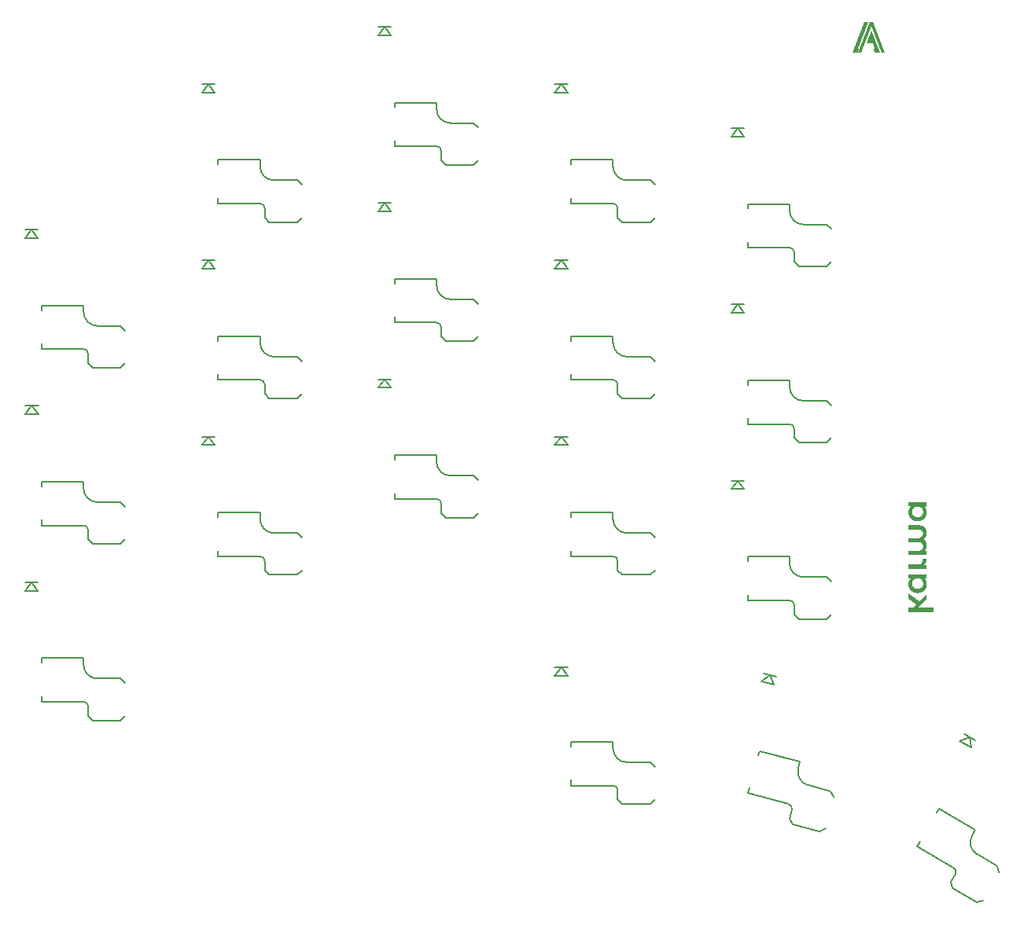
<source format=gbr>
%TF.GenerationSoftware,KiCad,Pcbnew,7.0.1*%
%TF.CreationDate,2024-02-26T07:25:15-05:00*%
%TF.ProjectId,pcb-left,7063622d-6c65-4667-942e-6b696361645f,0.3*%
%TF.SameCoordinates,Original*%
%TF.FileFunction,Legend,Bot*%
%TF.FilePolarity,Positive*%
%FSLAX46Y46*%
G04 Gerber Fmt 4.6, Leading zero omitted, Abs format (unit mm)*
G04 Created by KiCad (PCBNEW 7.0.1) date 2024-02-26 07:25:15*
%MOMM*%
%LPD*%
G01*
G04 APERTURE LIST*
G04 Aperture macros list*
%AMRotRect*
0 Rectangle, with rotation*
0 The origin of the aperture is its center*
0 $1 length*
0 $2 width*
0 $3 Rotation angle, in degrees counterclockwise*
0 Add horizontal line*
21,1,$1,$2,0,0,$3*%
G04 Aperture macros list end*
%ADD10C,0.000000*%
%ADD11C,0.150000*%
%ADD12C,1.701800*%
%ADD13C,3.000000*%
%ADD14C,3.429000*%
%ADD15R,2.600000X2.600000*%
%ADD16RotRect,2.600000X2.600000X150.000000*%
%ADD17RotRect,2.600000X2.600000X165.000000*%
%ADD18C,1.800000*%
%ADD19C,2.100000*%
%ADD20C,3.800000*%
%ADD21O,1.800000X2.750000*%
%ADD22C,1.397000*%
%ADD23RotRect,1.800000X1.500000X240.000000*%
%ADD24R,1.500000X1.800000*%
%ADD25RotRect,1.800000X1.500000X255.000000*%
G04 APERTURE END LIST*
D10*
G36*
X132697616Y-40007400D02*
G01*
X132339779Y-40007400D01*
X133607543Y-36756194D01*
X133965380Y-36756194D01*
X132697616Y-40007400D01*
G37*
G36*
X139265202Y-90529834D02*
G01*
X139229364Y-90528388D01*
X139194086Y-90525977D01*
X139159367Y-90522601D01*
X139125207Y-90518262D01*
X139091606Y-90512957D01*
X139058565Y-90506689D01*
X139026083Y-90499456D01*
X138994160Y-90491258D01*
X138962796Y-90482096D01*
X138931992Y-90471970D01*
X138901747Y-90460879D01*
X138872061Y-90448824D01*
X138842934Y-90435804D01*
X138814367Y-90421820D01*
X138786359Y-90406871D01*
X138759017Y-90391063D01*
X138732459Y-90374500D01*
X138706684Y-90357182D01*
X138681691Y-90339110D01*
X138657482Y-90320282D01*
X138634056Y-90300700D01*
X138611413Y-90280364D01*
X138589552Y-90259272D01*
X138568475Y-90237426D01*
X138548179Y-90214825D01*
X138528667Y-90191469D01*
X138509937Y-90167359D01*
X138491989Y-90142494D01*
X138474824Y-90116875D01*
X138458441Y-90090501D01*
X138442840Y-90063372D01*
X138428110Y-90035634D01*
X138414330Y-90007435D01*
X138401501Y-89978775D01*
X138389621Y-89949654D01*
X138378692Y-89920071D01*
X138368713Y-89890027D01*
X138359685Y-89859522D01*
X138351607Y-89828556D01*
X138344479Y-89797128D01*
X138338301Y-89765239D01*
X138333074Y-89732889D01*
X138328797Y-89700078D01*
X138325470Y-89666805D01*
X138323094Y-89633071D01*
X138321669Y-89598876D01*
X138321193Y-89564219D01*
X138321459Y-89539753D01*
X138322256Y-89515553D01*
X138322335Y-89514126D01*
X138704051Y-89514126D01*
X138704694Y-89544645D01*
X138706623Y-89574479D01*
X138709837Y-89603629D01*
X138714337Y-89632094D01*
X138720123Y-89659873D01*
X138727195Y-89686968D01*
X138735553Y-89713378D01*
X138745197Y-89739103D01*
X138756127Y-89764143D01*
X138768343Y-89788498D01*
X138781846Y-89812169D01*
X138796635Y-89835154D01*
X138812710Y-89857454D01*
X138830071Y-89879069D01*
X138848719Y-89899999D01*
X138868654Y-89920244D01*
X138889632Y-89939526D01*
X138911421Y-89957564D01*
X138934021Y-89974358D01*
X138957432Y-89989907D01*
X138981653Y-90004213D01*
X139006686Y-90017275D01*
X139032529Y-90029093D01*
X139059183Y-90039667D01*
X139086648Y-90048997D01*
X139114923Y-90057083D01*
X139144009Y-90063925D01*
X139173906Y-90069523D01*
X139204613Y-90073877D01*
X139236131Y-90076987D01*
X139268459Y-90078853D01*
X139301599Y-90079475D01*
X139334740Y-90078853D01*
X139367070Y-90076987D01*
X139398588Y-90073877D01*
X139429296Y-90069523D01*
X139459192Y-90063925D01*
X139488277Y-90057083D01*
X139516552Y-90048997D01*
X139544016Y-90039667D01*
X139570669Y-90029093D01*
X139596512Y-90017275D01*
X139621545Y-90004213D01*
X139645767Y-89989907D01*
X139669180Y-89974358D01*
X139691782Y-89957564D01*
X139713574Y-89939526D01*
X139734557Y-89920244D01*
X139754487Y-89899999D01*
X139773131Y-89879069D01*
X139790490Y-89857454D01*
X139806563Y-89835154D01*
X139821350Y-89812169D01*
X139834851Y-89788498D01*
X139847067Y-89764143D01*
X139857997Y-89739103D01*
X139867641Y-89713378D01*
X139876000Y-89686968D01*
X139883072Y-89659873D01*
X139888859Y-89632094D01*
X139893359Y-89603629D01*
X139896574Y-89574479D01*
X139898503Y-89544645D01*
X139899146Y-89514126D01*
X139898503Y-89483600D01*
X139896574Y-89453745D01*
X139893359Y-89424561D01*
X139888859Y-89396048D01*
X139883072Y-89368206D01*
X139876000Y-89341035D01*
X139867641Y-89314535D01*
X139857997Y-89288705D01*
X139847067Y-89263547D01*
X139834851Y-89239059D01*
X139821350Y-89215242D01*
X139806563Y-89192096D01*
X139790490Y-89169621D01*
X139773131Y-89147817D01*
X139754487Y-89126683D01*
X139734557Y-89106221D01*
X139713574Y-89086723D01*
X139691782Y-89068482D01*
X139669180Y-89051500D01*
X139645767Y-89035776D01*
X139621545Y-89021310D01*
X139596512Y-89008102D01*
X139570669Y-88996152D01*
X139544016Y-88985460D01*
X139516552Y-88976025D01*
X139488277Y-88967849D01*
X139459192Y-88960930D01*
X139429296Y-88955270D01*
X139398588Y-88950867D01*
X139367070Y-88947723D01*
X139334740Y-88945836D01*
X139301599Y-88945207D01*
X139268459Y-88945836D01*
X139236131Y-88947723D01*
X139204613Y-88950867D01*
X139173906Y-88955270D01*
X139144009Y-88960930D01*
X139114923Y-88967849D01*
X139086648Y-88976025D01*
X139059183Y-88985460D01*
X139032529Y-88996152D01*
X139006686Y-89008102D01*
X138981653Y-89021310D01*
X138957432Y-89035776D01*
X138934021Y-89051500D01*
X138911421Y-89068482D01*
X138889632Y-89086723D01*
X138868654Y-89106221D01*
X138848719Y-89126683D01*
X138830071Y-89147817D01*
X138812710Y-89169621D01*
X138796635Y-89192096D01*
X138781846Y-89215242D01*
X138768343Y-89239059D01*
X138756127Y-89263547D01*
X138745197Y-89288705D01*
X138735553Y-89314535D01*
X138727195Y-89341035D01*
X138720123Y-89368206D01*
X138714337Y-89396048D01*
X138709837Y-89424561D01*
X138706623Y-89453745D01*
X138704694Y-89483600D01*
X138704051Y-89514126D01*
X138322335Y-89514126D01*
X138323583Y-89491617D01*
X138325442Y-89467948D01*
X138327832Y-89444543D01*
X138330753Y-89421404D01*
X138334205Y-89398531D01*
X138338189Y-89375923D01*
X138342703Y-89353581D01*
X138347748Y-89331504D01*
X138353325Y-89309692D01*
X138359432Y-89288147D01*
X138366071Y-89266866D01*
X138373241Y-89245852D01*
X138380942Y-89225103D01*
X138389174Y-89204619D01*
X138397937Y-89184471D01*
X138407232Y-89164729D01*
X138417058Y-89145392D01*
X138427415Y-89126460D01*
X138438303Y-89107933D01*
X138449723Y-89089812D01*
X138461674Y-89072096D01*
X138474156Y-89054785D01*
X138487169Y-89037880D01*
X138500713Y-89021380D01*
X138514788Y-89005286D01*
X138529394Y-88989596D01*
X138544531Y-88974312D01*
X138560199Y-88959433D01*
X138576398Y-88944960D01*
X138593128Y-88930892D01*
X138346244Y-88930892D01*
X138346244Y-88505092D01*
X140256954Y-88505092D01*
X140256954Y-88952357D01*
X140024384Y-88952357D01*
X140039800Y-88966831D01*
X140054740Y-88981627D01*
X140069205Y-88996744D01*
X140083196Y-89012182D01*
X140096711Y-89027942D01*
X140109751Y-89044023D01*
X140122316Y-89060425D01*
X140134406Y-89077149D01*
X140146021Y-89094194D01*
X140157161Y-89111561D01*
X140167826Y-89129248D01*
X140178016Y-89147258D01*
X140187730Y-89165588D01*
X140196970Y-89184240D01*
X140205734Y-89203214D01*
X140214024Y-89222509D01*
X140221821Y-89242084D01*
X140229116Y-89261897D01*
X140235908Y-89281947D01*
X140242198Y-89302235D01*
X140247984Y-89322761D01*
X140253266Y-89343523D01*
X140258046Y-89364524D01*
X140262323Y-89385761D01*
X140266097Y-89407237D01*
X140269368Y-89428950D01*
X140272135Y-89450901D01*
X140274400Y-89473089D01*
X140276161Y-89495515D01*
X140277419Y-89518179D01*
X140278174Y-89541080D01*
X140278425Y-89564219D01*
X140277950Y-89598876D01*
X140276524Y-89633071D01*
X140274148Y-89666805D01*
X140270822Y-89700078D01*
X140266545Y-89732889D01*
X140261317Y-89765239D01*
X140255139Y-89797128D01*
X140248010Y-89828556D01*
X140239932Y-89859522D01*
X140230902Y-89890027D01*
X140220922Y-89920071D01*
X140209992Y-89949654D01*
X140198111Y-89978775D01*
X140185280Y-90007435D01*
X140171498Y-90035634D01*
X140156766Y-90063372D01*
X140141174Y-90090501D01*
X140124814Y-90116875D01*
X140107684Y-90142494D01*
X140089786Y-90167359D01*
X140071120Y-90191469D01*
X140051684Y-90214825D01*
X140031480Y-90237426D01*
X140010507Y-90259272D01*
X139988766Y-90280364D01*
X139966256Y-90300700D01*
X139942977Y-90320282D01*
X139918930Y-90339110D01*
X139894114Y-90357182D01*
X139868530Y-90374500D01*
X139842177Y-90391063D01*
X139815056Y-90406871D01*
X139787261Y-90421820D01*
X139758894Y-90435804D01*
X139729955Y-90448824D01*
X139700442Y-90460879D01*
X139670357Y-90471970D01*
X139639699Y-90482096D01*
X139608468Y-90491258D01*
X139576664Y-90499456D01*
X139544287Y-90506689D01*
X139511337Y-90512957D01*
X139477814Y-90518262D01*
X139443717Y-90522601D01*
X139409048Y-90525977D01*
X139373805Y-90528388D01*
X139337988Y-90529834D01*
X139301599Y-90530317D01*
X139265202Y-90529834D01*
G37*
G36*
X139492661Y-90964093D02*
G01*
X139542536Y-90966567D01*
X139590776Y-90970690D01*
X139637381Y-90976463D01*
X139682352Y-90983885D01*
X139725687Y-90992956D01*
X139767387Y-91003677D01*
X139807453Y-91016047D01*
X139845883Y-91030066D01*
X139882678Y-91045735D01*
X139917838Y-91063052D01*
X139951363Y-91082019D01*
X139983253Y-91102636D01*
X140013507Y-91124901D01*
X140042126Y-91148816D01*
X140069110Y-91174379D01*
X140094456Y-91201355D01*
X140118167Y-91229505D01*
X140140243Y-91258829D01*
X140160684Y-91289327D01*
X140179489Y-91320999D01*
X140196660Y-91353846D01*
X140212195Y-91387866D01*
X140226095Y-91423060D01*
X140238360Y-91459429D01*
X140248989Y-91496971D01*
X140257983Y-91535687D01*
X140265342Y-91575578D01*
X140271066Y-91616642D01*
X140275155Y-91658881D01*
X140277608Y-91702293D01*
X140278425Y-91746880D01*
X140278097Y-91774904D01*
X140277112Y-91802621D01*
X140275470Y-91830030D01*
X140273171Y-91857132D01*
X140270215Y-91883926D01*
X140266603Y-91910413D01*
X140262334Y-91936592D01*
X140257408Y-91962464D01*
X140251824Y-91988028D01*
X140245584Y-92013285D01*
X140238687Y-92038234D01*
X140231133Y-92062876D01*
X140222923Y-92087210D01*
X140214055Y-92111236D01*
X140204530Y-92134955D01*
X140194348Y-92158366D01*
X140183578Y-92181359D01*
X140172292Y-92203820D01*
X140160488Y-92225750D01*
X140148166Y-92247149D01*
X140135328Y-92268017D01*
X140121972Y-92288353D01*
X140108098Y-92308159D01*
X140093708Y-92327433D01*
X140078800Y-92346176D01*
X140063376Y-92364388D01*
X140047434Y-92382069D01*
X140030975Y-92399218D01*
X140013999Y-92415837D01*
X139996506Y-92431924D01*
X139978496Y-92447480D01*
X139959969Y-92462505D01*
X139979348Y-92474854D01*
X139998126Y-92487748D01*
X140016303Y-92501188D01*
X140033879Y-92515172D01*
X140050854Y-92529701D01*
X140067229Y-92544776D01*
X140083002Y-92560395D01*
X140098175Y-92576560D01*
X140112746Y-92593270D01*
X140126716Y-92610524D01*
X140140086Y-92628324D01*
X140152854Y-92646669D01*
X140165020Y-92665559D01*
X140176586Y-92684994D01*
X140187550Y-92704974D01*
X140197913Y-92725499D01*
X140207666Y-92746485D01*
X140216788Y-92767849D01*
X140225281Y-92789590D01*
X140233145Y-92811709D01*
X140240378Y-92834205D01*
X140246983Y-92857079D01*
X140252958Y-92880330D01*
X140258304Y-92903958D01*
X140263020Y-92927964D01*
X140267108Y-92952347D01*
X140270566Y-92977108D01*
X140273396Y-93002246D01*
X140275596Y-93027761D01*
X140277168Y-93053654D01*
X140278111Y-93079924D01*
X140278425Y-93106571D01*
X140278160Y-93131030D01*
X140277363Y-93155211D01*
X140276035Y-93179111D01*
X140274177Y-93202732D01*
X140271787Y-93226073D01*
X140268866Y-93249135D01*
X140265413Y-93271918D01*
X140261430Y-93294420D01*
X140256916Y-93316644D01*
X140251870Y-93338588D01*
X140246294Y-93360252D01*
X140240186Y-93381637D01*
X140233548Y-93402742D01*
X140226378Y-93423568D01*
X140218677Y-93444114D01*
X140210445Y-93464381D01*
X140201708Y-93484299D01*
X140192495Y-93503797D01*
X140182808Y-93522876D01*
X140172646Y-93541535D01*
X140162010Y-93559775D01*
X140150898Y-93577596D01*
X140139311Y-93594997D01*
X140127249Y-93611980D01*
X140114712Y-93628543D01*
X140101700Y-93644686D01*
X140088213Y-93660411D01*
X140074251Y-93675716D01*
X140059813Y-93690602D01*
X140044900Y-93705068D01*
X140029512Y-93719115D01*
X140013648Y-93732744D01*
X140256954Y-93732744D01*
X140256954Y-94158538D01*
X138346244Y-94158538D01*
X138346244Y-93711272D01*
X139315913Y-93711272D01*
X139350282Y-93710748D01*
X139383617Y-93709176D01*
X139415918Y-93706555D01*
X139447184Y-93702886D01*
X139477416Y-93698169D01*
X139506614Y-93692404D01*
X139534778Y-93685591D01*
X139561907Y-93677729D01*
X139588003Y-93668819D01*
X139613064Y-93658860D01*
X139637091Y-93647853D01*
X139660083Y-93635798D01*
X139682042Y-93622695D01*
X139702967Y-93608543D01*
X139722857Y-93593343D01*
X139741714Y-93577094D01*
X139759478Y-93559951D01*
X139776096Y-93542067D01*
X139791568Y-93523442D01*
X139805894Y-93504077D01*
X139819073Y-93483970D01*
X139831107Y-93463123D01*
X139841995Y-93441536D01*
X139851736Y-93419207D01*
X139860332Y-93396138D01*
X139867781Y-93372328D01*
X139874085Y-93347777D01*
X139879242Y-93322485D01*
X139883253Y-93296453D01*
X139886118Y-93269680D01*
X139887837Y-93242166D01*
X139888410Y-93213912D01*
X139887914Y-93188348D01*
X139886425Y-93163539D01*
X139883944Y-93139484D01*
X139880470Y-93116184D01*
X139876004Y-93093639D01*
X139870545Y-93071849D01*
X139864094Y-93050814D01*
X139856650Y-93030533D01*
X139848214Y-93011007D01*
X139838786Y-92992236D01*
X139828365Y-92974220D01*
X139816952Y-92956959D01*
X139804547Y-92940452D01*
X139791149Y-92924701D01*
X139776759Y-92909704D01*
X139761377Y-92895463D01*
X139745018Y-92882030D01*
X139727695Y-92869465D01*
X139709408Y-92857766D01*
X139690156Y-92846933D01*
X139669939Y-92836967D01*
X139648757Y-92827868D01*
X139626611Y-92819635D01*
X139603500Y-92812268D01*
X139579425Y-92805769D01*
X139554386Y-92800135D01*
X139528381Y-92795369D01*
X139501413Y-92791469D01*
X139473480Y-92788436D01*
X139444582Y-92786269D01*
X139414720Y-92784969D01*
X139383893Y-92784536D01*
X138346244Y-92784536D01*
X138346244Y-92337270D01*
X139315913Y-92337270D01*
X139349855Y-92336739D01*
X139382805Y-92335146D01*
X139414763Y-92332490D01*
X139445728Y-92328772D01*
X139475702Y-92323992D01*
X139504683Y-92318150D01*
X139532672Y-92311246D01*
X139559669Y-92303279D01*
X139585674Y-92294250D01*
X139610687Y-92284159D01*
X139634708Y-92273005D01*
X139657736Y-92260789D01*
X139679773Y-92247511D01*
X139700818Y-92233171D01*
X139720870Y-92217768D01*
X139739931Y-92201303D01*
X139757911Y-92183958D01*
X139774731Y-92165914D01*
X139790391Y-92147170D01*
X139804891Y-92127728D01*
X139818231Y-92107587D01*
X139830411Y-92086748D01*
X139841431Y-92065209D01*
X139851291Y-92042971D01*
X139859990Y-92020034D01*
X139867530Y-91996399D01*
X139873910Y-91972065D01*
X139879130Y-91947031D01*
X139883190Y-91921299D01*
X139886090Y-91894869D01*
X139887830Y-91867739D01*
X139888410Y-91839911D01*
X139887914Y-91814347D01*
X139886425Y-91789537D01*
X139883944Y-91765483D01*
X139880470Y-91742183D01*
X139876004Y-91719638D01*
X139870545Y-91697848D01*
X139864094Y-91676813D01*
X139856650Y-91656532D01*
X139848214Y-91637007D01*
X139838786Y-91618236D01*
X139828365Y-91600220D01*
X139816952Y-91582958D01*
X139804547Y-91566452D01*
X139791149Y-91550700D01*
X139776759Y-91535703D01*
X139761377Y-91521460D01*
X139745018Y-91508028D01*
X139727695Y-91495463D01*
X139709408Y-91483764D01*
X139690156Y-91472931D01*
X139669939Y-91462965D01*
X139648757Y-91453866D01*
X139626611Y-91445633D01*
X139603500Y-91438267D01*
X139579425Y-91431767D01*
X139554386Y-91426134D01*
X139528381Y-91421367D01*
X139501413Y-91417468D01*
X139473480Y-91414434D01*
X139444582Y-91412268D01*
X139414720Y-91410968D01*
X139383893Y-91410534D01*
X138346244Y-91410534D01*
X138346244Y-90963268D01*
X139441151Y-90963268D01*
X139492661Y-90964093D01*
G37*
G36*
X133231016Y-40007400D02*
G01*
X132873179Y-40007400D01*
X134140943Y-36756194D01*
X134498780Y-36756194D01*
X133231016Y-40007400D01*
G37*
G36*
X135235377Y-40007398D02*
G01*
X134879777Y-40007398D01*
X134481366Y-38991398D01*
X133802755Y-38991398D01*
X134324171Y-37670599D01*
X135235377Y-40007398D01*
G37*
G36*
X139265202Y-98255018D02*
G01*
X139229364Y-98253571D01*
X139194086Y-98251160D01*
X139159367Y-98247785D01*
X139125207Y-98243445D01*
X139091606Y-98238140D01*
X139058565Y-98231871D01*
X139026083Y-98224638D01*
X138994160Y-98216441D01*
X138962796Y-98207278D01*
X138931992Y-98197152D01*
X138901747Y-98186061D01*
X138872061Y-98174006D01*
X138842934Y-98160987D01*
X138814367Y-98147003D01*
X138786359Y-98132055D01*
X138759017Y-98116247D01*
X138732459Y-98099684D01*
X138706684Y-98082366D01*
X138681691Y-98064293D01*
X138657482Y-98045466D01*
X138634056Y-98025884D01*
X138611413Y-98005547D01*
X138589552Y-97984455D01*
X138568475Y-97962609D01*
X138548179Y-97940008D01*
X138528667Y-97916652D01*
X138509937Y-97892541D01*
X138491989Y-97867676D01*
X138474824Y-97842056D01*
X138458441Y-97815681D01*
X138442840Y-97788552D01*
X138428110Y-97760815D01*
X138414330Y-97732616D01*
X138401501Y-97703956D01*
X138389621Y-97674835D01*
X138378692Y-97645253D01*
X138368713Y-97615209D01*
X138359685Y-97584704D01*
X138351607Y-97553738D01*
X138344479Y-97522311D01*
X138338301Y-97490422D01*
X138333074Y-97458072D01*
X138328797Y-97425261D01*
X138325470Y-97391988D01*
X138323094Y-97358254D01*
X138321669Y-97324059D01*
X138321193Y-97289403D01*
X138321459Y-97264936D01*
X138322256Y-97240734D01*
X138322335Y-97239309D01*
X138704051Y-97239309D01*
X138704694Y-97269828D01*
X138706623Y-97299663D01*
X138709837Y-97328812D01*
X138714337Y-97357276D01*
X138720123Y-97385056D01*
X138727195Y-97412150D01*
X138735553Y-97438560D01*
X138745197Y-97464284D01*
X138756127Y-97489324D01*
X138768343Y-97513679D01*
X138781846Y-97537349D01*
X138796635Y-97560335D01*
X138812710Y-97582635D01*
X138830071Y-97604251D01*
X138848719Y-97625182D01*
X138868654Y-97645428D01*
X138889632Y-97664709D01*
X138911421Y-97682746D01*
X138934021Y-97699539D01*
X138957432Y-97715089D01*
X138981653Y-97729394D01*
X139006686Y-97742455D01*
X139032529Y-97754273D01*
X139059183Y-97764846D01*
X139086648Y-97774176D01*
X139114923Y-97782261D01*
X139144009Y-97789103D01*
X139173906Y-97794701D01*
X139204613Y-97799055D01*
X139236131Y-97802165D01*
X139268459Y-97804031D01*
X139301599Y-97804652D01*
X139334740Y-97804031D01*
X139367070Y-97802165D01*
X139398588Y-97799055D01*
X139429296Y-97794701D01*
X139459192Y-97789103D01*
X139488277Y-97782261D01*
X139516552Y-97774176D01*
X139544016Y-97764846D01*
X139570669Y-97754273D01*
X139596512Y-97742455D01*
X139621545Y-97729394D01*
X139645767Y-97715089D01*
X139669180Y-97699539D01*
X139691782Y-97682746D01*
X139713574Y-97664709D01*
X139734557Y-97645428D01*
X139754487Y-97625182D01*
X139773131Y-97604251D01*
X139790490Y-97582635D01*
X139806563Y-97560335D01*
X139821350Y-97537349D01*
X139834851Y-97513679D01*
X139847067Y-97489324D01*
X139857997Y-97464284D01*
X139867641Y-97438560D01*
X139876000Y-97412150D01*
X139883072Y-97385056D01*
X139888859Y-97357276D01*
X139893359Y-97328812D01*
X139896574Y-97299663D01*
X139898503Y-97269828D01*
X139899146Y-97239309D01*
X139898503Y-97208783D01*
X139896574Y-97178928D01*
X139893359Y-97149744D01*
X139888859Y-97121230D01*
X139883072Y-97093388D01*
X139876000Y-97066217D01*
X139867641Y-97039717D01*
X139857997Y-97013888D01*
X139847067Y-96988729D01*
X139834851Y-96964242D01*
X139821350Y-96940425D01*
X139806563Y-96917279D01*
X139790490Y-96894805D01*
X139773131Y-96873000D01*
X139754487Y-96851867D01*
X139734557Y-96831405D01*
X139713574Y-96811906D01*
X139691782Y-96793666D01*
X139669180Y-96776683D01*
X139645767Y-96760959D01*
X139621545Y-96746492D01*
X139596512Y-96733283D01*
X139570669Y-96721333D01*
X139544016Y-96710640D01*
X139516552Y-96701205D01*
X139488277Y-96693028D01*
X139459192Y-96686109D01*
X139429296Y-96680448D01*
X139398588Y-96676045D01*
X139367070Y-96672900D01*
X139334740Y-96671013D01*
X139301599Y-96670384D01*
X139268459Y-96671013D01*
X139236131Y-96672900D01*
X139204613Y-96676045D01*
X139173906Y-96680448D01*
X139144009Y-96686109D01*
X139114923Y-96693028D01*
X139086648Y-96701205D01*
X139059183Y-96710640D01*
X139032529Y-96721333D01*
X139006686Y-96733283D01*
X138981653Y-96746492D01*
X138957432Y-96760959D01*
X138934021Y-96776683D01*
X138911421Y-96793666D01*
X138889632Y-96811906D01*
X138868654Y-96831405D01*
X138848719Y-96851867D01*
X138830071Y-96873000D01*
X138812710Y-96894805D01*
X138796635Y-96917279D01*
X138781846Y-96940425D01*
X138768343Y-96964242D01*
X138756127Y-96988729D01*
X138745197Y-97013888D01*
X138735553Y-97039717D01*
X138727195Y-97066217D01*
X138720123Y-97093388D01*
X138714337Y-97121230D01*
X138709837Y-97149744D01*
X138706623Y-97178928D01*
X138704694Y-97208783D01*
X138704051Y-97239309D01*
X138322335Y-97239309D01*
X138323583Y-97216798D01*
X138325442Y-97193128D01*
X138327832Y-97169724D01*
X138330753Y-97146585D01*
X138334205Y-97123712D01*
X138338189Y-97101104D01*
X138342703Y-97078762D01*
X138347748Y-97056686D01*
X138353325Y-97034875D01*
X138359432Y-97013329D01*
X138366071Y-96992049D01*
X138373241Y-96971035D01*
X138380942Y-96950286D01*
X138389174Y-96929803D01*
X138397937Y-96909655D01*
X138407232Y-96889912D01*
X138417058Y-96870575D01*
X138427415Y-96851643D01*
X138438303Y-96833117D01*
X138449723Y-96814995D01*
X138461674Y-96797280D01*
X138474156Y-96779969D01*
X138487169Y-96763064D01*
X138500713Y-96746564D01*
X138514788Y-96730469D01*
X138529394Y-96714780D01*
X138544531Y-96699496D01*
X138560199Y-96684617D01*
X138576398Y-96670144D01*
X138593128Y-96656076D01*
X138346244Y-96656076D01*
X138346244Y-96230275D01*
X140256954Y-96230275D01*
X140256954Y-96677541D01*
X140024384Y-96677541D01*
X140039800Y-96692014D01*
X140054740Y-96706809D01*
X140069205Y-96721925D01*
X140083196Y-96737363D01*
X140096711Y-96753122D01*
X140109751Y-96769203D01*
X140122316Y-96785605D01*
X140134406Y-96802329D01*
X140146021Y-96819374D01*
X140157161Y-96836741D01*
X140167826Y-96854430D01*
X140178016Y-96872439D01*
X140187730Y-96890770D01*
X140196970Y-96909423D01*
X140205734Y-96928397D01*
X140214024Y-96947693D01*
X140221821Y-96967267D01*
X140229116Y-96987079D01*
X140235908Y-97007129D01*
X140242198Y-97027416D01*
X140247984Y-97047942D01*
X140253266Y-97068704D01*
X140258046Y-97089705D01*
X140262323Y-97110943D01*
X140266097Y-97132419D01*
X140269368Y-97154132D01*
X140272135Y-97176083D01*
X140274400Y-97198272D01*
X140276161Y-97220698D01*
X140277419Y-97243362D01*
X140278174Y-97266264D01*
X140278425Y-97289403D01*
X140277950Y-97324059D01*
X140276524Y-97358254D01*
X140274148Y-97391988D01*
X140270822Y-97425261D01*
X140266545Y-97458072D01*
X140261317Y-97490422D01*
X140255139Y-97522311D01*
X140248010Y-97553738D01*
X140239932Y-97584704D01*
X140230902Y-97615209D01*
X140220922Y-97645253D01*
X140209992Y-97674835D01*
X140198111Y-97703956D01*
X140185280Y-97732616D01*
X140171498Y-97760815D01*
X140156766Y-97788552D01*
X140141174Y-97815681D01*
X140124814Y-97842056D01*
X140107684Y-97867676D01*
X140089786Y-97892541D01*
X140071120Y-97916652D01*
X140051684Y-97940008D01*
X140031480Y-97962609D01*
X140010507Y-97984455D01*
X139988766Y-98005547D01*
X139966256Y-98025884D01*
X139942977Y-98045466D01*
X139918930Y-98064293D01*
X139894114Y-98082366D01*
X139868530Y-98099684D01*
X139842177Y-98116247D01*
X139815056Y-98132055D01*
X139787261Y-98147003D01*
X139758894Y-98160987D01*
X139729955Y-98174006D01*
X139700442Y-98186061D01*
X139670357Y-98197152D01*
X139639699Y-98207278D01*
X139608468Y-98216441D01*
X139576664Y-98224638D01*
X139544287Y-98231871D01*
X139511337Y-98238140D01*
X139477814Y-98243445D01*
X139443717Y-98247785D01*
X139409048Y-98251160D01*
X139373805Y-98253571D01*
X139337988Y-98255018D01*
X139301599Y-98255500D01*
X139265202Y-98255018D01*
G37*
G36*
X135768777Y-40007400D02*
G01*
X135410940Y-40007400D01*
X134143176Y-36756194D01*
X134501012Y-36756194D01*
X135768777Y-40007400D01*
G37*
G36*
X134879778Y-40007411D02*
G01*
X134701904Y-40007411D01*
X134562272Y-39649311D01*
X134740125Y-39649270D01*
X134879778Y-40007411D01*
G37*
G36*
X140277251Y-94597505D02*
G01*
X140273729Y-94654895D01*
X140267859Y-94709992D01*
X140259640Y-94762797D01*
X140249073Y-94813310D01*
X140242910Y-94837707D01*
X140236159Y-94861531D01*
X140228821Y-94884781D01*
X140220896Y-94907459D01*
X140212384Y-94929564D01*
X140203285Y-94951095D01*
X140193598Y-94972054D01*
X140183325Y-94992439D01*
X140172465Y-95012252D01*
X140161018Y-95031491D01*
X140148984Y-95050158D01*
X140136362Y-95068251D01*
X140123154Y-95085771D01*
X140109359Y-95102718D01*
X140094976Y-95119092D01*
X140080007Y-95134894D01*
X140064450Y-95150122D01*
X140048307Y-95164777D01*
X140031576Y-95178859D01*
X140014259Y-95192367D01*
X139996354Y-95205303D01*
X139977862Y-95217666D01*
X140256954Y-95217666D01*
X140256954Y-95643464D01*
X138346244Y-95643464D01*
X138346244Y-95196194D01*
X139272970Y-95196194D01*
X139308228Y-95195621D01*
X139342438Y-95193902D01*
X139375600Y-95191037D01*
X139407713Y-95187026D01*
X139438777Y-95181868D01*
X139468793Y-95175565D01*
X139497761Y-95168115D01*
X139525681Y-95159520D01*
X139552552Y-95149778D01*
X139578375Y-95138890D01*
X139603150Y-95126856D01*
X139626876Y-95113676D01*
X139649555Y-95099350D01*
X139671185Y-95083878D01*
X139691768Y-95067259D01*
X139711302Y-95049495D01*
X139729714Y-95030710D01*
X139746939Y-95011030D01*
X139762976Y-94990456D01*
X139777826Y-94968987D01*
X139791488Y-94946623D01*
X139803963Y-94923365D01*
X139815250Y-94899213D01*
X139825349Y-94874165D01*
X139834260Y-94848224D01*
X139841984Y-94821387D01*
X139848519Y-94793657D01*
X139853866Y-94765032D01*
X139858025Y-94735512D01*
X139860996Y-94705098D01*
X139862779Y-94673790D01*
X139863373Y-94641587D01*
X139863205Y-94629790D01*
X139862700Y-94617658D01*
X139861860Y-94605191D01*
X139860684Y-94592388D01*
X139859174Y-94579249D01*
X139857329Y-94565776D01*
X139855150Y-94551967D01*
X139852637Y-94537824D01*
X140278425Y-94537824D01*
X140277251Y-94597505D01*
G37*
G36*
X139455452Y-99182236D02*
G01*
X140256954Y-98384310D01*
X140256954Y-98921031D01*
X139398221Y-99847767D01*
X141001211Y-99847767D01*
X141001211Y-100295033D01*
X138346244Y-100295033D01*
X138346244Y-99847767D01*
X138850761Y-99847767D01*
X139165625Y-99515000D01*
X138346244Y-98853048D01*
X138346244Y-98309169D01*
X139455452Y-99182236D01*
G37*
G36*
X133012899Y-39649311D02*
G01*
X132873266Y-40007411D01*
X132695393Y-40007411D01*
X132835046Y-39649270D01*
X133012899Y-39649311D01*
G37*
D11*
%TO.C,SWL5*%
X121015625Y-56350000D02*
X121015625Y-56850000D01*
X121015625Y-60450000D02*
X121015625Y-61050000D01*
X121015625Y-61050000D02*
X125515625Y-61050000D01*
X125515625Y-56350000D02*
X121015625Y-56350000D01*
X125515625Y-57050000D02*
X125515625Y-56350000D01*
X126015625Y-61550000D02*
X126015625Y-62550000D01*
X126515625Y-63050000D02*
X126015625Y-62550000D01*
X129515625Y-58550000D02*
X127015625Y-58550000D01*
X129515625Y-63050000D02*
X126515625Y-63050000D01*
X130015625Y-59050000D02*
X129515625Y-58550000D01*
X130015625Y-62550000D02*
X129515625Y-63050000D01*
X126015625Y-61550000D02*
G75*
G03*
X125515625Y-61050000I-500001J-1D01*
G01*
X125515625Y-57050000D02*
G75*
G03*
X127015625Y-58550000I1500001J1D01*
G01*
%TO.C,SWL13*%
X83015625Y-83425000D02*
X83015625Y-83925000D01*
X83015625Y-87525000D02*
X83015625Y-88125000D01*
X83015625Y-88125000D02*
X87515625Y-88125000D01*
X87515625Y-83425000D02*
X83015625Y-83425000D01*
X87515625Y-84125000D02*
X87515625Y-83425000D01*
X88015625Y-88625000D02*
X88015625Y-89625000D01*
X88515625Y-90125000D02*
X88015625Y-89625000D01*
X91515625Y-85625000D02*
X89015625Y-85625000D01*
X91515625Y-90125000D02*
X88515625Y-90125000D01*
X92015625Y-86125000D02*
X91515625Y-85625000D01*
X92015625Y-89625000D02*
X91515625Y-90125000D01*
X88015625Y-88625000D02*
G75*
G03*
X87515625Y-88125000I-500001J-1D01*
G01*
X87515625Y-84125000D02*
G75*
G03*
X89015625Y-85625000I1500001J1D01*
G01*
%TO.C,SWL9*%
X102015625Y-70600000D02*
X102015625Y-71100000D01*
X102015625Y-74700000D02*
X102015625Y-75300000D01*
X102015625Y-75300000D02*
X106515625Y-75300000D01*
X106515625Y-70600000D02*
X102015625Y-70600000D01*
X106515625Y-71300000D02*
X106515625Y-70600000D01*
X107015625Y-75800000D02*
X107015625Y-76800000D01*
X107515625Y-77300000D02*
X107015625Y-76800000D01*
X110515625Y-72800000D02*
X108015625Y-72800000D01*
X110515625Y-77300000D02*
X107515625Y-77300000D01*
X111015625Y-73300000D02*
X110515625Y-72800000D01*
X111015625Y-76800000D02*
X110515625Y-77300000D01*
X107015625Y-75800000D02*
G75*
G03*
X106515625Y-75300000I-500001J-1D01*
G01*
X106515625Y-71300000D02*
G75*
G03*
X108015625Y-72800000I1500001J1D01*
G01*
%TO.C,SWL18*%
X141628447Y-121524038D02*
X141378447Y-121957051D01*
X139578447Y-125074742D02*
X139278447Y-125594358D01*
X139278447Y-125594358D02*
X143175561Y-127844358D01*
X145525561Y-123774038D02*
X141628447Y-121524038D01*
X145175561Y-124380256D02*
X145525561Y-123774038D01*
X143358574Y-128527370D02*
X142858574Y-129393396D01*
X143041587Y-130076408D02*
X142858574Y-129393396D01*
X147889663Y-127679294D02*
X145724600Y-126429294D01*
X145639663Y-131576408D02*
X143041587Y-130076408D01*
X148072676Y-128362307D02*
X147889663Y-127679294D01*
X146322676Y-131393396D02*
X145639663Y-131576408D01*
X143358573Y-128527370D02*
G75*
G03*
X143175561Y-127844359I-433013J249999D01*
G01*
X145175562Y-124380257D02*
G75*
G03*
X145724600Y-126429294I1299039J-749999D01*
G01*
%TO.C,SWL1*%
X45015625Y-67275000D02*
X45015625Y-67775000D01*
X45015625Y-71375000D02*
X45015625Y-71975000D01*
X45015625Y-71975000D02*
X49515625Y-71975000D01*
X49515625Y-67275000D02*
X45015625Y-67275000D01*
X49515625Y-67975000D02*
X49515625Y-67275000D01*
X50015625Y-72475000D02*
X50015625Y-73475000D01*
X50515625Y-73975000D02*
X50015625Y-73475000D01*
X53515625Y-69475000D02*
X51015625Y-69475000D01*
X53515625Y-73975000D02*
X50515625Y-73975000D01*
X54015625Y-69975000D02*
X53515625Y-69475000D01*
X54015625Y-73475000D02*
X53515625Y-73975000D01*
X50015625Y-72475000D02*
G75*
G03*
X49515625Y-71975000I-500001J-1D01*
G01*
X49515625Y-67975000D02*
G75*
G03*
X51015625Y-69475000I1500001J1D01*
G01*
%TO.C,SWL17*%
X122290916Y-115287155D02*
X122161506Y-115770118D01*
X121229758Y-119247451D02*
X121074466Y-119827007D01*
X121074466Y-119827007D02*
X125421132Y-120991693D01*
X126637582Y-116451841D02*
X122290916Y-115287155D01*
X126456409Y-117127989D02*
X126637582Y-116451841D01*
X125774686Y-121604065D02*
X125515867Y-122569991D01*
X125869420Y-123182363D02*
X125515867Y-122569991D01*
X129931883Y-119612154D02*
X127517069Y-118965107D01*
X128767198Y-123958820D02*
X125869420Y-123182363D01*
X130285437Y-120224527D02*
X129931883Y-119612154D01*
X129379570Y-123605267D02*
X128767198Y-123958820D01*
X125774685Y-121604065D02*
G75*
G03*
X125421132Y-120991693I-482963J129409D01*
G01*
X126456409Y-117127989D02*
G75*
G03*
X127517069Y-118965106I1448891J-388227D01*
G01*
%TO.C,SWL7*%
X64015625Y-70600000D02*
X64015625Y-71100000D01*
X64015625Y-74700000D02*
X64015625Y-75300000D01*
X64015625Y-75300000D02*
X68515625Y-75300000D01*
X68515625Y-70600000D02*
X64015625Y-70600000D01*
X68515625Y-71300000D02*
X68515625Y-70600000D01*
X69015625Y-75800000D02*
X69015625Y-76800000D01*
X69515625Y-77300000D02*
X69015625Y-76800000D01*
X72515625Y-72800000D02*
X70015625Y-72800000D01*
X72515625Y-77300000D02*
X69515625Y-77300000D01*
X73015625Y-73300000D02*
X72515625Y-72800000D01*
X73015625Y-76800000D02*
X72515625Y-77300000D01*
X69015625Y-75800000D02*
G75*
G03*
X68515625Y-75300000I-500001J-1D01*
G01*
X68515625Y-71300000D02*
G75*
G03*
X70015625Y-72800000I1500001J1D01*
G01*
%TO.C,SWL15*%
X121015625Y-94350000D02*
X121015625Y-94850000D01*
X121015625Y-98450000D02*
X121015625Y-99050000D01*
X121015625Y-99050000D02*
X125515625Y-99050000D01*
X125515625Y-94350000D02*
X121015625Y-94350000D01*
X125515625Y-95050000D02*
X125515625Y-94350000D01*
X126015625Y-99550000D02*
X126015625Y-100550000D01*
X126515625Y-101050000D02*
X126015625Y-100550000D01*
X129515625Y-96550000D02*
X127015625Y-96550000D01*
X129515625Y-101050000D02*
X126515625Y-101050000D01*
X130015625Y-97050000D02*
X129515625Y-96550000D01*
X130015625Y-100550000D02*
X129515625Y-101050000D01*
X126015625Y-99550000D02*
G75*
G03*
X125515625Y-99050000I-500001J-1D01*
G01*
X125515625Y-95050000D02*
G75*
G03*
X127015625Y-96550000I1500001J1D01*
G01*
%TO.C,SWL4*%
X102015625Y-51600000D02*
X102015625Y-52100000D01*
X102015625Y-55700000D02*
X102015625Y-56300000D01*
X102015625Y-56300000D02*
X106515625Y-56300000D01*
X106515625Y-51600000D02*
X102015625Y-51600000D01*
X106515625Y-52300000D02*
X106515625Y-51600000D01*
X107015625Y-56800000D02*
X107015625Y-57800000D01*
X107515625Y-58300000D02*
X107015625Y-57800000D01*
X110515625Y-53800000D02*
X108015625Y-53800000D01*
X110515625Y-58300000D02*
X107515625Y-58300000D01*
X111015625Y-54300000D02*
X110515625Y-53800000D01*
X111015625Y-57800000D02*
X110515625Y-58300000D01*
X107015625Y-56800000D02*
G75*
G03*
X106515625Y-56300000I-500001J-1D01*
G01*
X106515625Y-52300000D02*
G75*
G03*
X108015625Y-53800000I1500001J1D01*
G01*
%TO.C,SWL14*%
X102015625Y-89600000D02*
X102015625Y-90100000D01*
X102015625Y-93700000D02*
X102015625Y-94300000D01*
X102015625Y-94300000D02*
X106515625Y-94300000D01*
X106515625Y-89600000D02*
X102015625Y-89600000D01*
X106515625Y-90300000D02*
X106515625Y-89600000D01*
X107015625Y-94800000D02*
X107015625Y-95800000D01*
X107515625Y-96300000D02*
X107015625Y-95800000D01*
X110515625Y-91800000D02*
X108015625Y-91800000D01*
X110515625Y-96300000D02*
X107515625Y-96300000D01*
X111015625Y-92300000D02*
X110515625Y-91800000D01*
X111015625Y-95800000D02*
X110515625Y-96300000D01*
X107015625Y-94800000D02*
G75*
G03*
X106515625Y-94300000I-500001J-1D01*
G01*
X106515625Y-90300000D02*
G75*
G03*
X108015625Y-91800000I1500001J1D01*
G01*
%TO.C,SWL8*%
X83015625Y-64425000D02*
X83015625Y-64925000D01*
X83015625Y-68525000D02*
X83015625Y-69125000D01*
X83015625Y-69125000D02*
X87515625Y-69125000D01*
X87515625Y-64425000D02*
X83015625Y-64425000D01*
X87515625Y-65125000D02*
X87515625Y-64425000D01*
X88015625Y-69625000D02*
X88015625Y-70625000D01*
X88515625Y-71125000D02*
X88015625Y-70625000D01*
X91515625Y-66625000D02*
X89015625Y-66625000D01*
X91515625Y-71125000D02*
X88515625Y-71125000D01*
X92015625Y-67125000D02*
X91515625Y-66625000D01*
X92015625Y-70625000D02*
X91515625Y-71125000D01*
X88015625Y-69625000D02*
G75*
G03*
X87515625Y-69125000I-500001J-1D01*
G01*
X87515625Y-65125000D02*
G75*
G03*
X89015625Y-66625000I1500001J1D01*
G01*
%TO.C,SWL10*%
X121015625Y-75350000D02*
X121015625Y-75850000D01*
X121015625Y-79450000D02*
X121015625Y-80050000D01*
X121015625Y-80050000D02*
X125515625Y-80050000D01*
X125515625Y-75350000D02*
X121015625Y-75350000D01*
X125515625Y-76050000D02*
X125515625Y-75350000D01*
X126015625Y-80550000D02*
X126015625Y-81550000D01*
X126515625Y-82050000D02*
X126015625Y-81550000D01*
X129515625Y-77550000D02*
X127015625Y-77550000D01*
X129515625Y-82050000D02*
X126515625Y-82050000D01*
X130015625Y-78050000D02*
X129515625Y-77550000D01*
X130015625Y-81550000D02*
X129515625Y-82050000D01*
X126015625Y-80550000D02*
G75*
G03*
X125515625Y-80050000I-500001J-1D01*
G01*
X125515625Y-76050000D02*
G75*
G03*
X127015625Y-77550000I1500001J1D01*
G01*
%TO.C,SWL11*%
X45015625Y-105275000D02*
X45015625Y-105775000D01*
X45015625Y-109375000D02*
X45015625Y-109975000D01*
X45015625Y-109975000D02*
X49515625Y-109975000D01*
X49515625Y-105275000D02*
X45015625Y-105275000D01*
X49515625Y-105975000D02*
X49515625Y-105275000D01*
X50015625Y-110475000D02*
X50015625Y-111475000D01*
X50515625Y-111975000D02*
X50015625Y-111475000D01*
X53515625Y-107475000D02*
X51015625Y-107475000D01*
X53515625Y-111975000D02*
X50515625Y-111975000D01*
X54015625Y-107975000D02*
X53515625Y-107475000D01*
X54015625Y-111475000D02*
X53515625Y-111975000D01*
X50015625Y-110475000D02*
G75*
G03*
X49515625Y-109975000I-500001J-1D01*
G01*
X49515625Y-105975000D02*
G75*
G03*
X51015625Y-107475000I1500001J1D01*
G01*
%TO.C,SWL3*%
X83015625Y-45425000D02*
X83015625Y-45925000D01*
X83015625Y-49525000D02*
X83015625Y-50125000D01*
X83015625Y-50125000D02*
X87515625Y-50125000D01*
X87515625Y-45425000D02*
X83015625Y-45425000D01*
X87515625Y-46125000D02*
X87515625Y-45425000D01*
X88015625Y-50625000D02*
X88015625Y-51625000D01*
X88515625Y-52125000D02*
X88015625Y-51625000D01*
X91515625Y-47625000D02*
X89015625Y-47625000D01*
X91515625Y-52125000D02*
X88515625Y-52125000D01*
X92015625Y-48125000D02*
X91515625Y-47625000D01*
X92015625Y-51625000D02*
X91515625Y-52125000D01*
X88015625Y-50625000D02*
G75*
G03*
X87515625Y-50125000I-500001J-1D01*
G01*
X87515625Y-46125000D02*
G75*
G03*
X89015625Y-47625000I1500001J1D01*
G01*
%TO.C,SWL6*%
X45015625Y-86275000D02*
X45015625Y-86775000D01*
X45015625Y-90375000D02*
X45015625Y-90975000D01*
X45015625Y-90975000D02*
X49515625Y-90975000D01*
X49515625Y-86275000D02*
X45015625Y-86275000D01*
X49515625Y-86975000D02*
X49515625Y-86275000D01*
X50015625Y-91475000D02*
X50015625Y-92475000D01*
X50515625Y-92975000D02*
X50015625Y-92475000D01*
X53515625Y-88475000D02*
X51015625Y-88475000D01*
X53515625Y-92975000D02*
X50515625Y-92975000D01*
X54015625Y-88975000D02*
X53515625Y-88475000D01*
X54015625Y-92475000D02*
X53515625Y-92975000D01*
X50015625Y-91475000D02*
G75*
G03*
X49515625Y-90975000I-500001J-1D01*
G01*
X49515625Y-86975000D02*
G75*
G03*
X51015625Y-88475000I1500001J1D01*
G01*
%TO.C,SWL12*%
X64015625Y-89600000D02*
X64015625Y-90100000D01*
X64015625Y-93700000D02*
X64015625Y-94300000D01*
X64015625Y-94300000D02*
X68515625Y-94300000D01*
X68515625Y-89600000D02*
X64015625Y-89600000D01*
X68515625Y-90300000D02*
X68515625Y-89600000D01*
X69015625Y-94800000D02*
X69015625Y-95800000D01*
X69515625Y-96300000D02*
X69015625Y-95800000D01*
X72515625Y-91800000D02*
X70015625Y-91800000D01*
X72515625Y-96300000D02*
X69515625Y-96300000D01*
X73015625Y-92300000D02*
X72515625Y-91800000D01*
X73015625Y-95800000D02*
X72515625Y-96300000D01*
X69015625Y-94800000D02*
G75*
G03*
X68515625Y-94300000I-500001J-1D01*
G01*
X68515625Y-90300000D02*
G75*
G03*
X70015625Y-91800000I1500001J1D01*
G01*
%TO.C,SWL2*%
X64015625Y-51600000D02*
X64015625Y-52100000D01*
X64015625Y-55700000D02*
X64015625Y-56300000D01*
X64015625Y-56300000D02*
X68515625Y-56300000D01*
X68515625Y-51600000D02*
X64015625Y-51600000D01*
X68515625Y-52300000D02*
X68515625Y-51600000D01*
X69015625Y-56800000D02*
X69015625Y-57800000D01*
X69515625Y-58300000D02*
X69015625Y-57800000D01*
X72515625Y-53800000D02*
X70015625Y-53800000D01*
X72515625Y-58300000D02*
X69515625Y-58300000D01*
X73015625Y-54300000D02*
X72515625Y-53800000D01*
X73015625Y-57800000D02*
X72515625Y-58300000D01*
X69015625Y-56800000D02*
G75*
G03*
X68515625Y-56300000I-500001J-1D01*
G01*
X68515625Y-52300000D02*
G75*
G03*
X70015625Y-53800000I1500001J1D01*
G01*
%TO.C,SWL16*%
X102015625Y-114300000D02*
X102015625Y-114800000D01*
X102015625Y-118400000D02*
X102015625Y-119000000D01*
X102015625Y-119000000D02*
X106515625Y-119000000D01*
X106515625Y-114300000D02*
X102015625Y-114300000D01*
X106515625Y-115000000D02*
X106515625Y-114300000D01*
X107015625Y-119500000D02*
X107015625Y-120500000D01*
X107515625Y-121000000D02*
X107015625Y-120500000D01*
X110515625Y-116500000D02*
X108015625Y-116500000D01*
X110515625Y-121000000D02*
X107515625Y-121000000D01*
X111015625Y-117000000D02*
X110515625Y-116500000D01*
X111015625Y-120500000D02*
X110515625Y-121000000D01*
X107015625Y-119500000D02*
G75*
G03*
X106515625Y-119000000I-500001J-1D01*
G01*
X106515625Y-115000000D02*
G75*
G03*
X108015625Y-116500000I1500001J1D01*
G01*
%TO.C,DL18*%
X144890625Y-113791987D02*
X143834407Y-114221410D01*
X144284407Y-113441987D02*
X145496843Y-114141987D01*
X145046843Y-114921410D02*
X144890625Y-113791987D01*
X143834407Y-114221410D02*
X145046843Y-114921410D01*
%TO.C,DL13*%
X81940625Y-75250000D02*
X81240625Y-76150000D01*
X81240625Y-75250000D02*
X82640625Y-75250000D01*
X82640625Y-76150000D02*
X81940625Y-75250000D01*
X81240625Y-76150000D02*
X82640625Y-76150000D01*
%TO.C,DL3*%
X81940625Y-37250000D02*
X81240625Y-38150000D01*
X81240625Y-37250000D02*
X82640625Y-37250000D01*
X82640625Y-38150000D02*
X81940625Y-37250000D01*
X81240625Y-38150000D02*
X82640625Y-38150000D01*
%TO.C,DL2*%
X62940625Y-43425000D02*
X62240625Y-44325000D01*
X62240625Y-43425000D02*
X63640625Y-43425000D01*
X63640625Y-44325000D02*
X62940625Y-43425000D01*
X62240625Y-44325000D02*
X63640625Y-44325000D01*
%TO.C,DL9*%
X100940625Y-62425000D02*
X100240625Y-63325000D01*
X100240625Y-62425000D02*
X101640625Y-62425000D01*
X101640625Y-63325000D02*
X100940625Y-62425000D01*
X100240625Y-63325000D02*
X101640625Y-63325000D01*
%TO.C,DL5*%
X119940625Y-48175000D02*
X119240625Y-49075000D01*
X119240625Y-48175000D02*
X120640625Y-48175000D01*
X120640625Y-49075000D02*
X119940625Y-48175000D01*
X119240625Y-49075000D02*
X120640625Y-49075000D01*
%TO.C,DL11*%
X43921875Y-97100000D02*
X43221875Y-98000000D01*
X43221875Y-97100000D02*
X44621875Y-97100000D01*
X44621875Y-98000000D02*
X43921875Y-97100000D01*
X43221875Y-98000000D02*
X44621875Y-98000000D01*
%TO.C,DL17*%
X123395035Y-107092037D02*
X122485949Y-107780197D01*
X122718886Y-106910864D02*
X124071183Y-107273210D01*
X123838245Y-108142544D02*
X123395035Y-107092037D01*
X122485949Y-107780197D02*
X123838245Y-108142544D01*
%TO.C,DL14*%
X100940625Y-81425000D02*
X100240625Y-82325000D01*
X100240625Y-81425000D02*
X101640625Y-81425000D01*
X101640625Y-82325000D02*
X100940625Y-81425000D01*
X100240625Y-82325000D02*
X101640625Y-82325000D01*
%TO.C,DL1*%
X43921875Y-59100000D02*
X43221875Y-60000000D01*
X43221875Y-59100000D02*
X44621875Y-59100000D01*
X44621875Y-60000000D02*
X43921875Y-59100000D01*
X43221875Y-60000000D02*
X44621875Y-60000000D01*
%TO.C,DL15*%
X119940625Y-86175000D02*
X119240625Y-87075000D01*
X119240625Y-86175000D02*
X120640625Y-86175000D01*
X120640625Y-87075000D02*
X119940625Y-86175000D01*
X119240625Y-87075000D02*
X120640625Y-87075000D01*
%TO.C,DL6*%
X43940625Y-78100000D02*
X43240625Y-79000000D01*
X43240625Y-78100000D02*
X44640625Y-78100000D01*
X44640625Y-79000000D02*
X43940625Y-78100000D01*
X43240625Y-79000000D02*
X44640625Y-79000000D01*
%TO.C,DL4*%
X100940625Y-43425000D02*
X100240625Y-44325000D01*
X100240625Y-43425000D02*
X101640625Y-43425000D01*
X101640625Y-44325000D02*
X100940625Y-43425000D01*
X100240625Y-44325000D02*
X101640625Y-44325000D01*
%TO.C,DL7*%
X62940625Y-62425000D02*
X62240625Y-63325000D01*
X62240625Y-62425000D02*
X63640625Y-62425000D01*
X63640625Y-63325000D02*
X62940625Y-62425000D01*
X62240625Y-63325000D02*
X63640625Y-63325000D01*
%TO.C,DL10*%
X119940625Y-67175000D02*
X119240625Y-68075000D01*
X119240625Y-67175000D02*
X120640625Y-67175000D01*
X120640625Y-68075000D02*
X119940625Y-67175000D01*
X119240625Y-68075000D02*
X120640625Y-68075000D01*
%TO.C,DL12*%
X62940625Y-81425000D02*
X62240625Y-82325000D01*
X62240625Y-81425000D02*
X63640625Y-81425000D01*
X63640625Y-82325000D02*
X62940625Y-81425000D01*
X62240625Y-82325000D02*
X63640625Y-82325000D01*
%TO.C,DL16*%
X100940625Y-106265625D02*
X100240625Y-107165625D01*
X100240625Y-106265625D02*
X101640625Y-106265625D01*
X101640625Y-107165625D02*
X100940625Y-106265625D01*
X100240625Y-107165625D02*
X101640625Y-107165625D01*
%TO.C,DL8*%
X81940625Y-56250000D02*
X81240625Y-57150000D01*
X81240625Y-56250000D02*
X82640625Y-56250000D01*
X82640625Y-57150000D02*
X81940625Y-56250000D01*
X81240625Y-57150000D02*
X82640625Y-57150000D01*
%TD*%
%LPC*%
D12*
%TO.C,SWL5*%
X122515625Y-54850000D03*
D13*
X123015625Y-58600000D03*
D14*
X128015625Y-54850000D03*
D13*
X128015625Y-60800000D03*
D12*
X133515625Y-54850000D03*
D15*
X131290625Y-60800000D03*
X119740625Y-58600000D03*
%TD*%
D12*
%TO.C,SWL13*%
X84515625Y-81925000D03*
D13*
X85015625Y-85675000D03*
D14*
X90015625Y-81925000D03*
D13*
X90015625Y-87875000D03*
D12*
X95515625Y-81925000D03*
D15*
X93290625Y-87875000D03*
X81740625Y-85675000D03*
%TD*%
D12*
%TO.C,SWL9*%
X103515625Y-69100000D03*
D13*
X104015625Y-72850000D03*
D14*
X109015625Y-69100000D03*
D13*
X109015625Y-75050000D03*
D12*
X114515625Y-69100000D03*
D15*
X112290625Y-75050000D03*
X100740625Y-72850000D03*
%TD*%
D12*
%TO.C,SWL18*%
X143677485Y-120975000D03*
D13*
X142235498Y-124472595D03*
D14*
X148440625Y-123725000D03*
D13*
X145465625Y-128877851D03*
D12*
X153203765Y-126475000D03*
D16*
X148301858Y-130515351D03*
X139399265Y-122835095D03*
%TD*%
D12*
%TO.C,SWL1*%
X46515625Y-65775000D03*
D13*
X47015625Y-69525000D03*
D14*
X52015625Y-65775000D03*
D13*
X52015625Y-71725000D03*
D12*
X57515625Y-65775000D03*
D15*
X55290625Y-71725000D03*
X43740625Y-69525000D03*
%TD*%
D12*
%TO.C,SWL17*%
X124128033Y-114226495D03*
D13*
X123640424Y-117978127D03*
D14*
X129440625Y-115650000D03*
D13*
X127900652Y-121397259D03*
D12*
X134753217Y-117073505D03*
D17*
X131064059Y-122244891D03*
X120477017Y-117130494D03*
%TD*%
D12*
%TO.C,SWL7*%
X65515625Y-69100000D03*
D13*
X66015625Y-72850000D03*
D14*
X71015625Y-69100000D03*
D13*
X71015625Y-75050000D03*
D12*
X76515625Y-69100000D03*
D15*
X74290625Y-75050000D03*
X62740625Y-72850000D03*
%TD*%
D12*
%TO.C,SWL15*%
X122515625Y-92850000D03*
D13*
X123015625Y-96600000D03*
D14*
X128015625Y-92850000D03*
D13*
X128015625Y-98800000D03*
D12*
X133515625Y-92850000D03*
D15*
X131290625Y-98800000D03*
X119740625Y-96600000D03*
%TD*%
D12*
%TO.C,SWL4*%
X103515625Y-50100000D03*
D13*
X104015625Y-53850000D03*
D14*
X109015625Y-50100000D03*
D13*
X109015625Y-56050000D03*
D12*
X114515625Y-50100000D03*
D15*
X112290625Y-56050000D03*
X100740625Y-53850000D03*
%TD*%
D12*
%TO.C,SWL14*%
X103515625Y-88100000D03*
D13*
X104015625Y-91850000D03*
D14*
X109015625Y-88100000D03*
D13*
X109015625Y-94050000D03*
D12*
X114515625Y-88100000D03*
D15*
X112290625Y-94050000D03*
X100740625Y-91850000D03*
%TD*%
D12*
%TO.C,SWL8*%
X84515625Y-62925000D03*
D13*
X85015625Y-66675000D03*
D14*
X90015625Y-62925000D03*
D13*
X90015625Y-68875000D03*
D12*
X95515625Y-62925000D03*
D15*
X93290625Y-68875000D03*
X81740625Y-66675000D03*
%TD*%
D12*
%TO.C,SWL10*%
X122515625Y-73850000D03*
D13*
X123015625Y-77600000D03*
D14*
X128015625Y-73850000D03*
D13*
X128015625Y-79800000D03*
D12*
X133515625Y-73850000D03*
D15*
X131290625Y-79800000D03*
X119740625Y-77600000D03*
%TD*%
D12*
%TO.C,SWL11*%
X46515625Y-103775000D03*
D13*
X47015625Y-107525000D03*
D14*
X52015625Y-103775000D03*
D13*
X52015625Y-109725000D03*
D12*
X57515625Y-103775000D03*
D15*
X55290625Y-109725000D03*
X43740625Y-107525000D03*
%TD*%
D12*
%TO.C,SWL3*%
X84515625Y-43925000D03*
D13*
X85015625Y-47675000D03*
D14*
X90015625Y-43925000D03*
D13*
X90015625Y-49875000D03*
D12*
X95515625Y-43925000D03*
D15*
X93290625Y-49875000D03*
X81740625Y-47675000D03*
%TD*%
D12*
%TO.C,SWL6*%
X46515625Y-84775000D03*
D13*
X47015625Y-88525000D03*
D14*
X52015625Y-84775000D03*
D13*
X52015625Y-90725000D03*
D12*
X57515625Y-84775000D03*
D15*
X55290625Y-90725000D03*
X43740625Y-88525000D03*
%TD*%
D18*
%TO.C,RSW1*%
X126240625Y-38830000D03*
X121240625Y-38830000D03*
D19*
X120240625Y-41330000D03*
X127240625Y-41330000D03*
%TD*%
D20*
%TO.C,REF\u002A\u002A*%
X139512297Y-103739073D03*
%TD*%
D21*
%TO.C,U1*%
X40595625Y-53920000D03*
X43135625Y-53920000D03*
X45675625Y-53920000D03*
X48215625Y-53920000D03*
X50755625Y-53920000D03*
X53295625Y-53920000D03*
X55835625Y-53920000D03*
X55835625Y-37730000D03*
X53295625Y-37730000D03*
X50755625Y-37730000D03*
X48215625Y-37730000D03*
X45675625Y-37730000D03*
X43135625Y-37730000D03*
X40595625Y-37730000D03*
D22*
X39643625Y-47095000D03*
X39643625Y-44555000D03*
X42183625Y-47095000D03*
X42183625Y-44555000D03*
X47898625Y-50270000D03*
X45993625Y-50270000D03*
%TD*%
D20*
%TO.C,REF\u002A\u002A*%
X40522298Y-115278567D03*
%TD*%
%TO.C,REF\u002A\u002A*%
X139512298Y-38603567D03*
%TD*%
D12*
%TO.C,SWL12*%
X65515625Y-88100000D03*
D13*
X66015625Y-91850000D03*
D14*
X71015625Y-88100000D03*
D13*
X71015625Y-94050000D03*
D12*
X76515625Y-88100000D03*
D15*
X74290625Y-94050000D03*
X62740625Y-91850000D03*
%TD*%
D12*
%TO.C,SWL2*%
X65515625Y-50100000D03*
D13*
X66015625Y-53850000D03*
D14*
X71015625Y-50100000D03*
D13*
X71015625Y-56050000D03*
D12*
X76515625Y-50100000D03*
D15*
X74290625Y-56050000D03*
X62740625Y-53850000D03*
%TD*%
D20*
%TO.C,REF\u002A\u002A*%
X62262298Y-38603567D03*
%TD*%
D12*
%TO.C,SWL16*%
X103515625Y-112800000D03*
D13*
X104015625Y-116550000D03*
D14*
X109015625Y-112800000D03*
D13*
X109015625Y-118750000D03*
D12*
X114515625Y-112800000D03*
D15*
X112290625Y-118750000D03*
X100740625Y-116550000D03*
%TD*%
D23*
%TO.C,DL18*%
X145490625Y-112752757D03*
X143790625Y-115697243D03*
%TD*%
D24*
%TO.C,DL13*%
X81940625Y-74050000D03*
X81940625Y-77450000D03*
%TD*%
%TO.C,DL3*%
X81940625Y-36050000D03*
X81940625Y-39450000D03*
%TD*%
%TO.C,DL2*%
X62940625Y-42225000D03*
X62940625Y-45625000D03*
%TD*%
%TO.C,DL9*%
X100940625Y-61225000D03*
X100940625Y-64625000D03*
%TD*%
%TO.C,DL5*%
X119940625Y-46975000D03*
X119940625Y-50375000D03*
%TD*%
%TO.C,DL11*%
X43921875Y-95900000D03*
X43921875Y-99300000D03*
%TD*%
D25*
%TO.C,DL17*%
X123705617Y-105932926D03*
X122825633Y-109217074D03*
%TD*%
D24*
%TO.C,DL14*%
X100940625Y-80225000D03*
X100940625Y-83625000D03*
%TD*%
%TO.C,DL1*%
X43921875Y-57900000D03*
X43921875Y-61300000D03*
%TD*%
%TO.C,DL15*%
X119940625Y-84975000D03*
X119940625Y-88375000D03*
%TD*%
%TO.C,DL6*%
X43940625Y-76900000D03*
X43940625Y-80300000D03*
%TD*%
%TO.C,DL4*%
X100940625Y-42225000D03*
X100940625Y-45625000D03*
%TD*%
%TO.C,DL7*%
X62940625Y-61225000D03*
X62940625Y-64625000D03*
%TD*%
%TO.C,DL10*%
X119940625Y-65975000D03*
X119940625Y-69375000D03*
%TD*%
%TO.C,DL12*%
X62940625Y-80225000D03*
X62940625Y-83625000D03*
%TD*%
%TO.C,DL16*%
X100940625Y-105065625D03*
X100940625Y-108465625D03*
%TD*%
%TO.C,DL8*%
X81940625Y-55050000D03*
X81940625Y-58450000D03*
%TD*%
M02*

</source>
